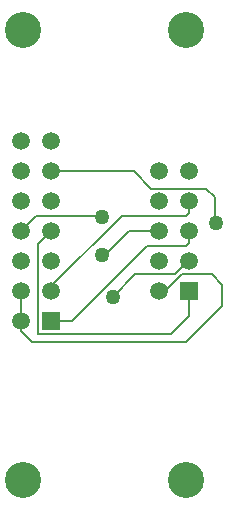
<source format=gtl>
%FSTAX23Y23*%
%MOIN*%
%SFA1B1*%

%IPPOS*%
%ADD10C,0.008000*%
%ADD11R,0.059060X0.059060*%
%ADD12C,0.059060*%
%ADD13C,0.050000*%
%ADD14C,0.120000*%
%LNjtag_connector3-1*%
%LPD*%
G54D10*
X02732Y03935D02*
X02777Y0398D01*
X02785*
X026Y03935D02*
X02732D01*
X02755D02*
X02855D01*
X027Y0388D02*
X02755Y03935D01*
X0268Y0388D02*
X027D01*
X02525Y0386D02*
X026Y03935D01*
X0278Y03795D02*
Y0388D01*
X0272Y03735D02*
X0278Y03795D01*
X02865Y04125D02*
X02885Y04105D01*
X0278Y0414D02*
Y0418D01*
Y0404D02*
Y0408D01*
X02837Y04221D02*
X02865Y04193D01*
Y04125D02*
Y04193D01*
X02555Y0413D02*
X0277D01*
X0232Y03895D02*
X02555Y0413D01*
X0232Y0388D02*
Y03895D01*
X02855Y03935D02*
X0289Y039D01*
Y0383D02*
Y039D01*
X0277Y0371D02*
X0289Y0383D01*
X02255Y0371D02*
X0277D01*
X0222Y03745D02*
X02255Y0371D01*
X0222Y03745D02*
Y0378D01*
X0258Y0408D02*
X0268D01*
X02495Y03995D02*
X0258Y0408D01*
X02485Y0413D02*
X0249Y04125D01*
X0227Y0413D02*
X02485D01*
X0222Y0408D02*
X0227Y0413D01*
X0222Y0378D02*
Y0388D01*
X02653Y04221D02*
X02837D01*
X02595Y0428D02*
X02653Y04221D01*
X0232Y0428D02*
X02595D01*
X0277Y0403D02*
X0278Y0404D01*
X0264Y0403D02*
X0277D01*
X0239Y0378D02*
X0264Y0403D01*
X0232Y0378D02*
X0239D01*
X0277Y0413D02*
X0278Y0414D01*
X02275Y03735D02*
X0272D01*
X02275D02*
Y04035D01*
X0232Y0408*
G54D11*
X0232Y0378D03*
X0278Y0388D03*
G54D12*
X0222Y0378D03*
X0232Y0388D03*
X0222D03*
X0232Y0398D03*
X0222D03*
X0232Y0408D03*
X0222D03*
X0232Y0418D03*
X0222D03*
X0232Y0428D03*
X0222D03*
X0232Y0438D03*
X0222D03*
X0268Y0428D03*
X0278D03*
X0268Y0418D03*
X0278D03*
X0268Y0408D03*
X0278D03*
X0268Y0398D03*
X0278D03*
X0268Y0388D03*
G54D13*
X02525Y0386D03*
X0249Y04D03*
Y04125D03*
X0287Y04105D03*
G54D14*
X02228Y0325D03*
X02771D03*
X02228Y0475D03*
X02771D03*
M02*
</source>
